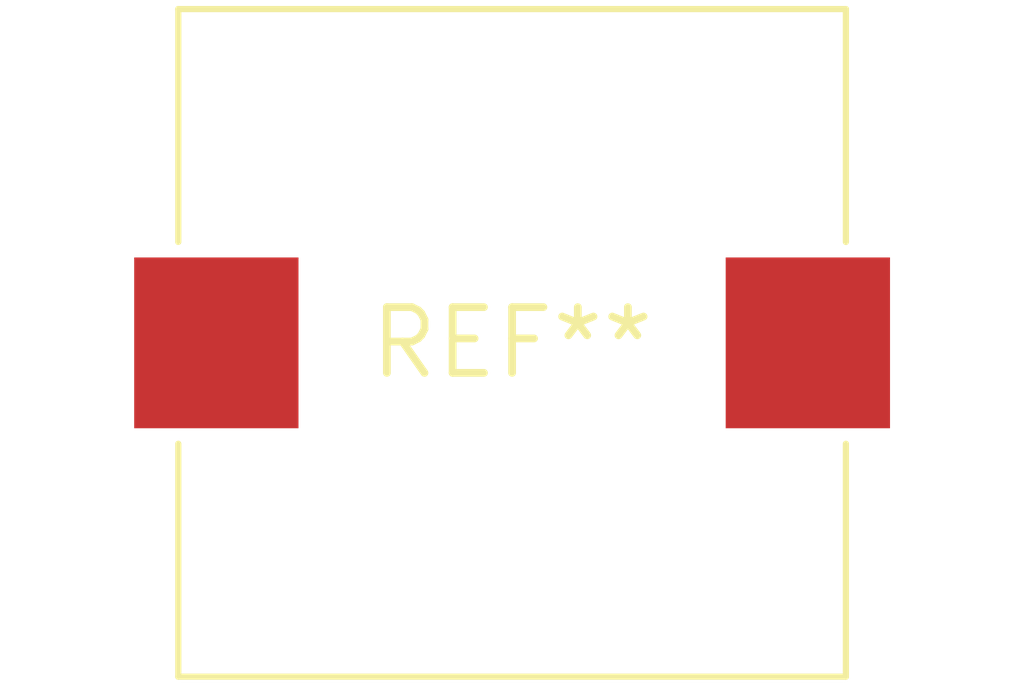
<source format=kicad_pcb>
(kicad_pcb (version 20240108) (generator pcbnew)
  (layers (0 "F.Cu" signal) (31 "B.Cu" signal) (34 "B.Paste" user) (35 "F.Paste" user) (36 "B.SilkS" user "B.Silkscreen") (37 "F.SilkS" user "F.Silkscreen") (38 "B.Mask" user) (39 "F.Mask" user) (44 "Edge.Cuts" user))
  (net 0 "")
  (footprint "L_Vishay_IHLP-5050" (layer "F.Cu") (at 0 0)
    (property "Reference" "REF**")
    (property "Value" "L_Vishay_IHLP-5050")
    (fp_line (start -6.45 -6.45) (end 6.45 -6.45) (layer "F.SilkS") (stroke (width 0.12)))
    (fp_line (start -6.45 -1.95) (end -6.45 -6.45) (layer "F.SilkS") (stroke (width 0.12)))
    (fp_line (start -6.45 1.95) (end -6.45 6.45) (layer "F.SilkS") (stroke (width 0.12)))
    (fp_line (start -6.45 6.45) (end 6.45 6.45) (layer "F.SilkS") (stroke (width 0.12)))
    (fp_line (start 6.45 -6.45) (end 6.45 -1.95) (layer "F.SilkS") (stroke (width 0.12)))
    (fp_line (start 6.45 6.45) (end 6.45 1.95) (layer "F.SilkS") (stroke (width 0.12)))
    (pad "1" smd rect (at -5.715 0) (size 3.175 3.3) (layers "F.Cu" "F.Paste" "F.Mask"))
    (pad "2" smd rect (at 5.715 0) (size 3.175 3.3) (layers "F.Cu" "F.Paste" "F.Mask"))
  )
)
</source>
